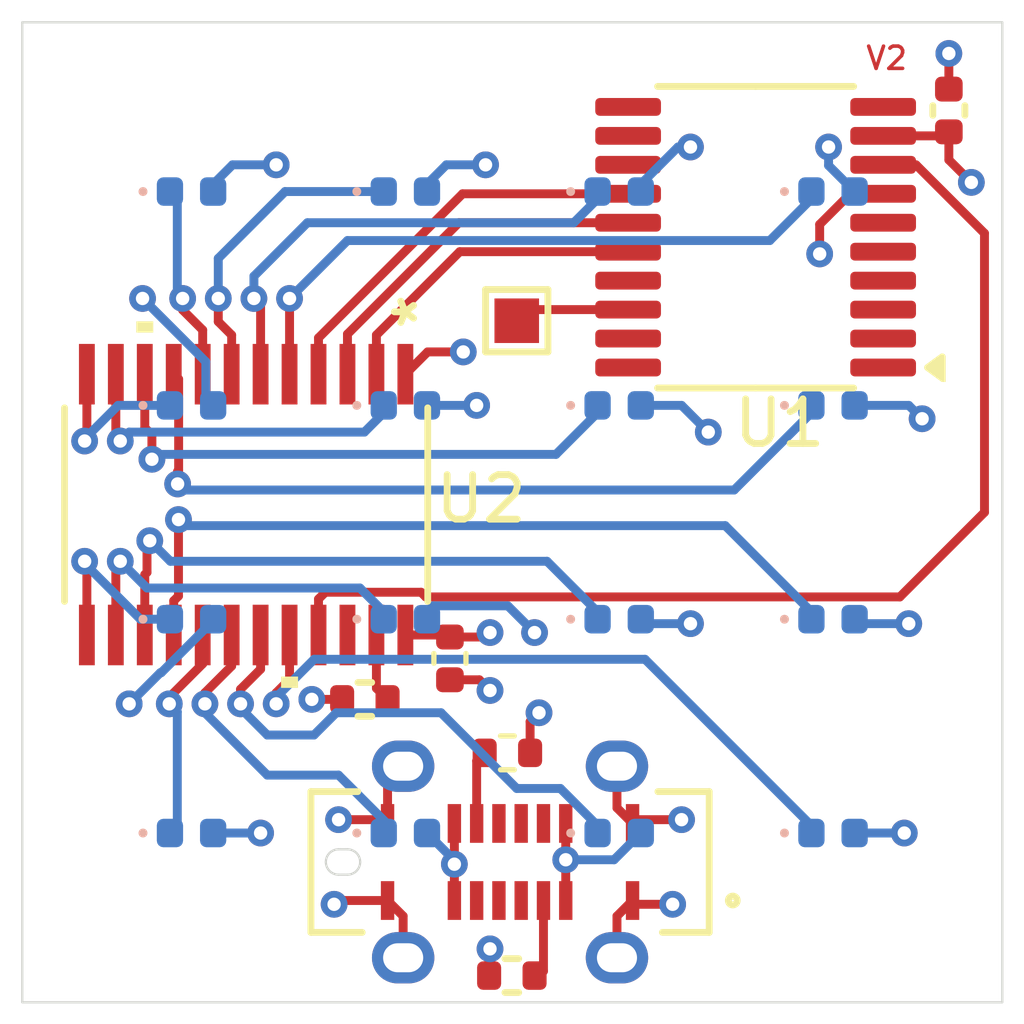
<source format=kicad_pcb>
(kicad_pcb (version 20240108) (generator "pcbnew") (generator_version "8.0")
  (layers (0 "F.Cu" signal) (1 "In1.Cu" signal) (2 "In2.Cu" signal) (31 "B.Cu" signal) (34 "B.Paste" user) (35 "F.Paste" user) (36 "B.SilkS" user "B.Silkscreen") (37 "F.SilkS" user "F.Silkscreen") (38 "B.Mask" user) (39 "F.Mask" user) (44 "Edge.Cuts" user))
  (net 0 "")
  (net 1 "+5V")
  (net 2 "GND")
  (net 10 "/EN")
  (net 15 "/SCK")
  (net 16 "/MOSI")
  (net 21 "/SCKLA")
  (net 26 "/LED1")
  (net 27 "/LED2")
  (net 28 "/LED3")
  (net 29 "/LED4")
  (net 30 "/LED5")
  (net 31 "/LED6")
  (net 32 "/LED7")
  (net 33 "/LED8")
  (net 34 "/LED9")
  (net 35 "/LED10")
  (net 36 "/LED11")
  (net 37 "/LED12")
  (net 38 "/LED13")
  (net 39 "/LED14")
  (net 40 "/LED15")
  (net 41 "/LED16")
  (net 42 "/R_EXT")
  (net 43 "/SWIO_TP")
  (net 45 "/CC1")
  (net 46 "/CC2")
  (footprint "Capacitor_SMD:C_0402_1005Metric" (layer "F.Cu") (at 109.6 114.28 -90)
    (property "Reference" "C3" (hide yes))
    (property "Value" "100n" (hide yes))
    (fp_line (start -0.107836 0.36) (end 0.107836 0.36) (stroke (width 0.12)) (layer "F.SilkS"))
    (fp_line (start -0.107836 -0.36) (end 0.107836 -0.36) (stroke (width 0.12)) (layer "F.SilkS"))
    (pad "1" smd roundrect (at -0.48 0 270) (size 0.56 0.62) (layers "F.Cu" "F.Paste" "F.Mask") (net 1 "+5V"))
    (pad "2" smd roundrect (at 0.48 0 270) (size 0.56 0.62) (layers "F.Cu" "F.Paste" "F.Mask") (net 2 "GND"))
  )
  (footprint "Resistor_SMD:R_0402_1005Metric" (layer "F.Cu") (at 110.89 116.4)
    (property "Reference" "R5" (hide yes))
    (property "Value" "5k1" (hide yes))
    (fp_line (start -0.153641 -0.38) (end 0.153641 -0.38) (stroke (width 0.12)) (layer "F.SilkS"))
    (fp_line (start -0.153641 0.38) (end 0.153641 0.38) (stroke (width 0.12)) (layer "F.SilkS"))
    (pad "1" smd roundrect (at -0.51 0) (size 0.54 0.64) (layers "F.Cu" "F.Paste" "F.Mask") (net 46 "/CC2"))
    (pad "2" smd roundrect (at 0.51 0) (size 0.54 0.64) (layers "F.Cu" "F.Paste" "F.Mask") (net 2 "GND"))
  )
  (footprint "Package_SO:TSSOP-20_4.4x6.5mm_P0.65mm" (layer "F.Cu") (at 116.4625 104.825 180)
    (property "Reference" "U1" (at -0.5375 -4.175 0) (layer "F.SilkS") (effects (font (thickness 0.153))))
    (property "Value" "CH32V003f4p6" (hide yes))
    (fp_line (start 0 3.385) (end 2.2 3.385) (stroke (width 0.153)) (layer "F.SilkS"))
    (fp_line (start 0 3.385) (end -2.2 3.385) (stroke (width 0.153)) (layer "F.SilkS"))
    (fp_line (start 0 -3.385) (end 2.2 -3.385) (stroke (width 0.153)) (layer "F.SilkS"))
    (fp_line (start 0 -3.385) (end -2.2 -3.385) (stroke (width 0.153)) (layer "F.SilkS"))
    (fp_poly (pts (xy -3.86 -2.925) (xy -4.19 -3.165) (xy -4.19 -2.685) (xy -3.86 -2.925)) (stroke (width 0.153)) (fill solid) (layer "F.SilkS"))
    (pad "1" smd roundrect (at -2.8625 -2.925 180) (size 1.475 0.4) (layers "F.Cu" "F.Paste" "F.Mask"))
    (pad "2" smd roundrect (at -2.8625 -2.275 180) (size 1.475 0.4) (layers "F.Cu" "F.Paste" "F.Mask"))
    (pad "3" smd roundrect (at -2.8625 -1.625 180) (size 1.475 0.4) (layers "F.Cu" "F.Paste" "F.Mask"))
    (pad "4" smd roundrect (at -2.8625 -0.975 180) (size 1.475 0.4) (layers "F.Cu" "F.Paste" "F.Mask"))
    (pad "5" smd roundrect (at -2.8625 -0.325 180) (size 1.475 0.4) (layers "F.Cu" "F.Paste" "F.Mask"))
    (pad "6" smd roundrect (at -2.8625 0.325 180) (size 1.475 0.4) (layers "F.Cu" "F.Paste" "F.Mask"))
    (pad "7" smd roundrect (at -2.8625 0.975 180) (size 1.475 0.4) (layers "F.Cu" "F.Paste" "F.Mask") (net 2 "GND"))
    (pad "8" smd roundrect (at -2.8625 1.625 180) (size 1.475 0.4) (layers "F.Cu" "F.Paste" "F.Mask") (net 10 "/EN"))
    (pad "9" smd roundrect (at -2.8625 2.275 180) (size 1.475 0.4) (layers "F.Cu" "F.Paste" "F.Mask") (net 1 "+5V"))
    (pad "10" smd roundrect (at -2.8625 2.925 180) (size 1.475 0.4) (layers "F.Cu" "F.Paste" "F.Mask"))
    (pad "11" smd roundrect (at 2.8625 2.925 180) (size 1.475 0.4) (layers "F.Cu" "F.Paste" "F.Mask"))
    (pad "12" smd roundrect (at 2.8625 2.275 180) (size 1.475 0.4) (layers "F.Cu" "F.Paste" "F.Mask"))
    (pad "13" smd roundrect (at 2.8625 1.625 180) (size 1.475 0.4) (layers "F.Cu" "F.Paste" "F.Mask"))
    (pad "14" smd roundrect (at 2.8625 0.975 180) (size 1.475 0.4) (layers "F.Cu" "F.Paste" "F.Mask") (net 21 "/SCKLA"))
    (pad "15" smd roundrect (at 2.8625 0.325 180) (size 1.475 0.4) (layers "F.Cu" "F.Paste" "F.Mask") (net 15 "/SCK"))
    (pad "16" smd roundrect (at 2.8625 -0.325 180) (size 1.475 0.4) (layers "F.Cu" "F.Paste" "F.Mask") (net 16 "/MOSI"))
    (pad "17" smd roundrect (at 2.8625 -0.975 180) (size 1.475 0.4) (layers "F.Cu" "F.Paste" "F.Mask"))
    (pad "18" smd roundrect (at 2.8625 -1.625 180) (size 1.475 0.4) (layers "F.Cu" "F.Paste" "F.Mask") (net 43 "/SWIO_TP"))
    (pad "19" smd roundrect (at 2.8625 -2.275 180) (size 1.475 0.4) (layers "F.Cu" "F.Paste" "F.Mask"))
    (pad "20" smd roundrect (at 2.8625 -2.925 180) (size 1.475 0.4) (layers "F.Cu" "F.Paste" "F.Mask"))
  )
  (footprint "Resistor_SMD:R_0402_1005Metric" (layer "F.Cu") (at 107.69 115.2 180)
    (property "Reference" "R1" (hide yes))
    (property "Value" "1k5" (hide yes))
    (fp_line (start -0.153641 0.38) (end 0.153641 0.38) (stroke (width 0.153)) (layer "F.SilkS"))
    (fp_line (start -0.153641 -0.38) (end 0.153641 -0.38) (stroke (width 0.153)) (layer "F.SilkS"))
    (pad "1" smd roundrect (at -0.51 0 180) (size 0.54 0.64) (layers "F.Cu" "F.Paste" "F.Mask") (net 42 "/R_EXT"))
    (pad "2" smd roundrect (at 0.51 0 180) (size 0.54 0.64) (layers "F.Cu" "F.Paste" "F.Mask") (net 2 "GND"))
  )
  (footprint "TestPoint:TestPoint_Pad_1.0x1.0mm" (layer "F.Cu") (at 111.1 106.7)
    (property "Reference" "TP1" (hide yes))
    (property "Value" "SWIO TP" (hide yes))
    (fp_line (start -0.7 -0.7) (end 0.7 -0.7) (stroke (width 0.153)) (layer "F.SilkS"))
    (fp_line (start -0.7 0.7) (end -0.7 -0.7) (stroke (width 0.153)) (layer "F.SilkS"))
    (fp_line (start 0.7 -0.7) (end 0.7 0.7) (stroke (width 0.153)) (layer "F.SilkS"))
    (fp_line (start 0.7 0.7) (end -0.7 0.7) (stroke (width 0.153)) (layer "F.SilkS"))
    (pad "1" smd rect (at 0 0) (size 1 1) (layers "F.Cu" "F.Mask") (net 43 "/SWIO_TP"))
  )
  (footprint "STP16CPC26TTR:TSSOP_PC26TTR_STM" (layer "F.Cu") (at 105.024993 110.82735 -90)
    (property "Reference" "U2" (at -0.12735 -5.275007 0) (layer "F.SilkS") (effects (font (thickness 0.153))))
    (property "Value" "STP16CPC26TTR" (hide yes))
    (fp_line (start -2.172039 4.0767) (end 2.172039 4.0767) (stroke (width 0.1524)) (layer "F.SilkS"))
    (fp_line (start 2.172039 -4.0767) (end -2.172039 -4.0767) (stroke (width 0.1524)) (layer "F.SilkS"))
    (fp_poly (pts (xy -4.1148 2.084451) (xy -4.1148 2.465451) (xy -3.8608 2.465451) (xy -3.8608 2.084451)) (fill solid) (layer "F.SilkS"))
    (fp_poly (pts (xy 4.1148 -1.165479) (xy 4.1148 -0.784479) (xy 3.8608 -0.784479) (xy 3.8608 -1.165479)) (fill solid) (layer "F.SilkS"))
    (fp_text user "*" (at -4.32735 -3.875007 90) (layer "F.SilkS") (effects (font (thickness 0.153))))
    (pad "1" smd rect (at -2.92735 -3.574923 270) (size 1.3589 0.3556) (layers "F.Cu" "F.Paste" "F.Mask") (net 2 "GND"))
    (pad "2" smd rect (at -2.92735 -2.924937 270) (size 1.3589 0.3556) (layers "F.Cu" "F.Paste" "F.Mask") (net 16 "/MOSI"))
    (pad "3" smd rect (at -2.92735 -2.274951 270) (size 1.3589 0.3556) (layers "F.Cu" "F.Paste" "F.Mask") (net 15 "/SCK"))
    (pad "4" smd rect (at -2.92735 -1.624965 270) (size 1.3589 0.3556) (layers "F.Cu" "F.Paste" "F.Mask") (net 21 "/SCKLA"))
    (pad "5" smd rect (at -2.92735 -0.974979 270) (size 1.3589 0.3556) (layers "F.Cu" "F.Paste" "F.Mask") (net 26 "/LED1"))
    (pad "6" smd rect (at -2.92735 -0.324993 270) (size 1.3589 0.3556) (layers "F.Cu" "F.Paste" "F.Mask") (net 27 "/LED2"))
    (pad "7" smd rect (at -2.92735 0.324993 270) (size 1.3589 0.3556) (layers "F.Cu" "F.Paste" "F.Mask") (net 28 "/LED3"))
    (pad "8" smd rect (at -2.92735 0.974979 270) (size 1.3589 0.3556) (layers "F.Cu" "F.Paste" "F.Mask") (net 29 "/LED4"))
    (pad "9" smd rect (at -2.92735 1.624965 270) (size 1.3589 0.3556) (layers "F.Cu" "F.Paste" "F.Mask") (net 30 "/LED5"))
    (pad "10" smd rect (at -2.92735 2.274951 270) (size 1.3589 0.3556) (layers "F.Cu" "F.Paste" "F.Mask") (net 31 "/LED6"))
    (pad "11" smd rect (at -2.92735 2.924937 270) (size 1.3589 0.3556) (layers "F.Cu" "F.Paste" "F.Mask") (net 32 "/LED7"))
    (pad "12" smd rect (at -2.92735 3.574923 270) (size 1.3589 0.3556) (layers "F.Cu" "F.Paste" "F.Mask") (net 33 "/LED8"))
    (pad "13" smd rect (at 2.92735 3.574923 270) (size 1.3589 0.3556) (layers "F.Cu" "F.Paste" "F.Mask") (net 34 "/LED9"))
    (pad "14" smd rect (at 2.92735 2.924937 270) (size 1.3589 0.3556) (layers "F.Cu" "F.Paste" "F.Mask") (net 35 "/LED10"))
    (pad "15" smd rect (at 2.92735 2.274951 270) (size 1.3589 0.3556) (layers "F.Cu" "F.Paste" "F.Mask") (net 36 "/LED11"))
    (pad "16" smd rect (at 2.92735 1.624965 270) (size 1.3589 0.3556) (layers "F.Cu" "F.Paste" "F.Mask") (net 37 "/LED12"))
    (pad "17" smd rect (at 2.92735 0.974979 270) (size 1.3589 0.3556) (layers "F.Cu" "F.Paste" "F.Mask") (net 38 "/LED13"))
    (pad "18" smd rect (at 2.92735 0.324993 270) (size 1.3589 0.3556) (layers "F.Cu" "F.Paste" "F.Mask") (net 39 "/LED14"))
    (pad "19" smd rect (at 2.92735 -0.324993 270) (size 1.3589 0.3556) (layers "F.Cu" "F.Paste" "F.Mask") (net 40 "/LED15"))
    (pad "20" smd rect (at 2.92735 -0.974979 270) (size 1.3589 0.3556) (layers "F.Cu" "F.Paste" "F.Mask") (net 41 "/LED16"))
    (pad "21" smd rect (at 2.92735 -1.624965 270) (size 1.3589 0.3556) (layers "F.Cu" "F.Paste" "F.Mask") (net 10 "/EN"))
    (pad "22" smd rect (at 2.92735 -2.274951 270) (size 1.3589 0.3556) (layers "F.Cu" "F.Paste" "F.Mask"))
    (pad "23" smd rect (at 2.92735 -2.924937 270) (size 1.3589 0.3556) (layers "F.Cu" "F.Paste" "F.Mask") (net 42 "/R_EXT"))
    (pad "24" smd rect (at 2.92735 -3.574923 270) (size 1.3589 0.3556) (layers "F.Cu" "F.Paste" "F.Mask") (net 1 "+5V"))
  )
  (footprint "GSB1CA11101DSHR:AMPHENOL_GSB1CA11101DSHR" (layer "F.Cu") (at 110.95 118.85 180)
    (property "Reference" "J1" (hide yes))
    (property "Value" "GSB1CA11101DSHR" (hide yes))
    (fp_line (start 4.47 1.58) (end 3.42 1.58) (stroke (width 0.153)) (layer "F.SilkS"))
    (fp_line (start 4.47 -1.58) (end 4.47 1.58) (stroke (width 0.153)) (layer "F.SilkS"))
    (fp_line (start 3.32 -1.58) (end 4.47 -1.58) (stroke (width 0.153)) (layer "F.SilkS"))
    (fp_line (start -3.32 1.58) (end -4.47 1.58) (stroke (width 0.153)) (layer "F.SilkS"))
    (fp_line (start -4.47 1.58) (end -4.47 -1.58) (stroke (width 0.153)) (layer "F.SilkS"))
    (fp_line (start -4.47 -1.58) (end -3.42 -1.58) (stroke (width 0.153)) (layer "F.SilkS"))
    (fp_circle (center -5 -0.865) (end -4.9 -0.865) (stroke (width 0.153)) (fill none) (layer "F.SilkS"))
    (fp_line (start 3.85 -0.285) (end 3.65 -0.285) (stroke (width 0.05)) (layer "Edge.Cuts"))
    (fp_line (start 3.65 0.285) (end 3.85 0.285) (stroke (width 0.05)) (layer "Edge.Cuts"))
    (fp_arc (start 4.135 0) (mid 4.051525 0.201525) (end 3.85 0.285) (stroke (width 0.05)) (layer "Edge.Cuts"))
    (fp_arc (start 3.85 -0.285) (mid 4.051525 -0.201525) (end 4.135 0) (stroke (width 0.05)) (layer "Edge.Cuts"))
    (fp_arc (start 3.65 0.285) (mid 3.448475 0.201525) (end 3.365 0) (stroke (width 0.05)) (layer "Edge.Cuts"))
    (fp_arc (start 3.365 0) (mid 3.448475 -0.201525) (end 3.65 -0.285) (stroke (width 0.05)) (layer "Edge.Cuts"))
    (pad "" np_thru_hole circle (at -3.75 0 180) (size 0.57 0.57) (drill 0.57) (layers "*.Cu" "*.Mask"))
    (pad "A1" smd rect (at -2.75 -0.865 180) (size 0.3 0.87) (layers "F.Cu" "F.Paste") (net 2 "GND"))
    (pad "A4" smd rect (at -1.25 -0.865 180) (size 0.3 0.87) (layers "F.Cu" "F.Paste") (net 1 "+5V"))
    (pad "A5" smd rect (at -0.75 -0.865 180) (size 0.3 0.87) (layers "F.Cu" "F.Paste") (net 45 "/CC1"))
    (pad "A6" smd rect (at -0.25 -0.865 180) (size 0.3 0.87) (layers "F.Cu" "F.Paste"))
    (pad "A7" smd rect (at 0.25 -0.865 180) (size 0.3 0.87) (layers "F.Cu" "F.Paste"))
    (pad "A8" smd rect (at 0.75 -0.865 180) (size 0.3 0.87) (layers "F.Cu" "F.Paste"))
    (pad "A9" smd rect (at 1.25 -0.865 180) (size 0.3 0.87) (layers "F.Cu" "F.Paste") (net 1 "+5V"))
    (pad "A12" smd rect (at 2.75 -0.865 180) (size 0.3 0.87) (layers "F.Cu" "F.Paste") (net 2 "GND"))
    (pad "B1" smd rect (at 2.75 0.865 180) (size 0.3 0.87) (layers "F.Cu" "F.Paste") (net 2 "GND"))
    (pad "B4" smd rect (at 1.25 0.865 180) (size 0.3 0.87) (layers "F.Cu" "F.Paste") (net 1 "+5V"))
    (pad "B5" smd rect (at 0.75 0.865 180) (size 0.3 0.87) (layers "F.Cu" "F.Paste") (net 46 "/CC2"))
    (pad "B6" smd rect (at 0.25 0.865 180) (size 0.3 0.87) (layers "F.Cu" "F.Paste"))
    (pad "B7" smd rect (at -0.25 0.865 180) (size 0.3 0.87) (layers "F.Cu" "F.Paste"))
    (pad "B8" smd rect (at -0.75 0.865 180) (size 0.3 0.87) (layers "F.Cu" "F.Paste"))
    (pad "B9" smd rect (at -1.25 0.865 180) (size 0.3 0.87) (layers "F.Cu" "F.Paste") (net 1 "+5V"))
    (pad "B12" smd rect (at -2.75 0.865 180) (size 0.3 0.87) (layers "F.Cu" "F.Paste") (net 2 "GND"))
    (pad "SH1" thru_hole oval (at -2.4 -2.15 180) (size 1.4 1.15) (drill oval 0.9 0.65) (layers "*.Cu" "*.Mask") (net 2 "GND"))
    (pad "SH2" thru_hole oval (at 2.4 -2.15 180) (size 1.4 1.15) (drill oval 0.9 0.65) (layers "*.Cu" "*.Mask") (net 2 "GND"))
    (pad "SH3" thru_hole oval (at -2.4 2.15 180) (size 1.4 1.15) (drill oval 0.9 0.65) (layers "*.Cu" "*.Mask") (net 2 "GND"))
    (pad "SH4" thru_hole oval (at 2.4 2.15 180) (size 1.4 1.15) (drill oval 0.9 0.65) (layers "*.Cu" "*.Mask") (net 2 "GND"))
  )
  (footprint "Resistor_SMD:R_0402_1005Metric" (layer "F.Cu") (at 110.99 121.4 180)
    (property "Reference" "R4" (hide yes))
    (property "Value" "5k1" (hide yes))
    (fp_line (start -0.153641 0.38) (end 0.153641 0.38) (stroke (width 0.153)) (layer "F.SilkS"))
    (fp_line (start -0.153641 -0.38) (end 0.153641 -0.38) (stroke (width 0.153)) (layer "F.SilkS"))
    (pad "1" smd roundrect (at -0.51 0 180) (size 0.54 0.64) (layers "F.Cu" "F.Paste" "F.Mask") (net 45 "/CC1"))
    (pad "2" smd roundrect (at 0.51 0 180) (size 0.54 0.64) (layers "F.Cu" "F.Paste" "F.Mask") (net 2 "GND"))
  )
  (footprint "Capacitor_SMD:C_0402_1005Metric" (layer "F.Cu") (at 120.8 101.98 90)
    (property "Reference" "C1" (hide yes))
    (property "Value" "100n" (hide yes))
    (fp_line (start -0.107836 -0.36) (end 0.107836 -0.36) (stroke (width 0.153)) (layer "F.SilkS"))
    (fp_line (start -0.107836 0.36) (end 0.107836 0.36) (stroke (width 0.153)) (layer "F.SilkS"))
    (pad "1" smd roundrect (at -0.48 0 90) (size 0.56 0.62) (layers "F.Cu" "F.Paste" "F.Mask") (net 1 "+5V"))
    (pad "2" smd roundrect (at 0.48 0 90) (size 0.56 0.62) (layers "F.Cu" "F.Paste" "F.Mask") (net 2 "GND"))
  )
  (footprint "LED_SMD:LED_0402_1005Metric" (layer "B.Cu") (at 108.6 113.4)
    (property "Reference" "D6" (hide yes))
    (property "Value" "2.85v" (hide yes))
    (fp_circle (center -1.09 0) (end -1.04 0) (stroke (width 0.1)) (fill none) (layer "B.SilkS"))
    (pad "1" smd roundrect (at -0.485 0) (size 0.59 0.64) (layers "B.Cu" "B.Paste" "B.Mask") (net 35 "/LED10"))
    (pad "2" smd roundrect (at 0.485 0) (size 0.59 0.64) (layers "B.Cu" "B.Paste" "B.Mask") (net 1 "+5V"))
  )
  (footprint "LED_SMD:LED_0402_1005Metric" (layer "B.Cu") (at 103.8 113.4)
    (property "Reference" "D5" (hide yes))
    (property "Value" "2.85v" (hide yes))
    (fp_circle (center -1.09 0) (end -1.04 0) (stroke (width 0.1)) (fill none) (layer "B.SilkS"))
    (pad "1" smd roundrect (at -0.485 0) (size 0.59 0.64) (layers "B.Cu" "B.Paste" "B.Mask") (net 34 "/LED9"))
    (pad "2" smd roundrect (at 0.485 0) (size 0.59 0.64) (layers "B.Cu" "B.Paste" "B.Mask") (net 1 "+5V"))
  )
  (footprint "LED_SMD:LED_0402_1005Metric" (layer "B.Cu") (at 108.6 103.8)
    (property "Reference" "D14" (hide yes))
    (property "Value" "2.85v" (hide yes))
    (fp_circle (center -1.09 0) (end -1.04 0) (stroke (width 0.1)) (fill none) (layer "B.SilkS"))
    (pad "1" smd roundrect (at -0.485 0) (size 0.59 0.64) (layers "B.Cu" "B.Paste" "B.Mask") (net 28 "/LED3"))
    (pad "2" smd roundrect (at 0.485 0) (size 0.59 0.64) (layers "B.Cu" "B.Paste" "B.Mask") (net 1 "+5V"))
  )
  (footprint "LED_SMD:LED_0402_1005Metric" (layer "B.Cu") (at 118.2 118.2)
    (property "Reference" "D4" (hide yes))
    (property "Value" "2.85v" (hide yes))
    (fp_circle (center -1.09 0) (end -1.04 0) (stroke (width 0.1)) (fill none) (layer "B.SilkS"))
    (pad "1" smd roundrect (at -0.485 0) (size 0.59 0.64) (layers "B.Cu" "B.Paste" "B.Mask") (net 41 "/LED16"))
    (pad "2" smd roundrect (at 0.485 0) (size 0.59 0.64) (layers "B.Cu" "B.Paste" "B.Mask") (net 1 "+5V"))
  )
  (footprint "LED_SMD:LED_0402_1005Metric" (layer "B.Cu") (at 103.8 118.2)
    (property "Reference" "D1" (hide yes))
    (property "Value" "2.85v" (hide yes))
    (fp_circle (center -1.09 0) (end -1.04 0) (stroke (width 0.1)) (fill none) (layer "B.SilkS"))
    (pad "1" smd roundrect (at -0.485 0) (size 0.59 0.64) (layers "B.Cu" "B.Paste" "B.Mask") (net 38 "/LED13"))
    (pad "2" smd roundrect (at 0.485 0) (size 0.59 0.64) (layers "B.Cu" "B.Paste" "B.Mask") (net 1 "+5V"))
  )
  (footprint "LED_SMD:LED_0402_1005Metric" (layer "B.Cu") (at 113.4 108.6)
    (property "Reference" "D11" (hide yes))
    (property "Value" "2.85v" (hide yes))
    (fp_circle (center -1.09 0) (end -1.04 0) (stroke (width 0.1)) (fill none) (layer "B.SilkS"))
    (pad "1" smd roundrect (at -0.485 0) (size 0.59 0.64) (layers "B.Cu" "B.Paste" "B.Mask") (net 31 "/LED6"))
    (pad "2" smd roundrect (at 0.485 0) (size 0.59 0.64) (layers "B.Cu" "B.Paste" "B.Mask") (net 1 "+5V"))
  )
  (footprint "LED_SMD:LED_0402_1005Metric" (layer "B.Cu") (at 113.4 103.8)
    (property "Reference" "D15" (hide yes))
    (property "Value" "2.85v" (hide yes))
    (fp_circle (center -1.09 0) (end -1.04 0) (stroke (width 0.1)) (fill none) (layer "B.SilkS"))
    (pad "1" smd roundrect (at -0.485 0) (size 0.59 0.64) (layers "B.Cu" "B.Paste" "B.Mask") (net 27 "/LED2"))
    (pad "2" smd roundrect (at 0.485 0) (size 0.59 0.64) (layers "B.Cu" "B.Paste" "B.Mask") (net 1 "+5V"))
  )
  (footprint "LED_SMD:LED_0402_1005Metric" (layer "B.Cu") (at 113.4 113.4)
    (property "Reference" "D7" (hide yes))
    (property "Value" "2.85v" (hide yes))
    (fp_circle (center -1.09 0) (end -1.04 0) (stroke (width 0.1)) (fill none) (layer "B.SilkS"))
    (pad "1" smd roundrect (at -0.485 0) (size 0.59 0.64) (layers "B.Cu" "B.Paste" "B.Mask") (net 36 "/LED11"))
    (pad "2" smd roundrect (at 0.485 0) (size 0.59 0.64) (layers "B.Cu" "B.Paste" "B.Mask") (net 1 "+5V"))
  )
  (footprint "LED_SMD:LED_0402_1005Metric" (layer "B.Cu") (at 113.4 118.2)
    (property "Reference" "D3" (hide yes))
    (property "Value" "2.85v" (hide yes))
    (fp_circle (center -1.09 0) (end -1.04 0) (stroke (width 0.1)) (fill none) (layer "B.SilkS"))
    (pad "1" smd roundrect (at -0.485 0) (size 0.59 0.64) (layers "B.Cu" "B.Paste" "B.Mask") (net 40 "/LED15"))
    (pad "2" smd roundrect (at 0.485 0) (size 0.59 0.64) (layers "B.Cu" "B.Paste" "B.Mask") (net 1 "+5V"))
  )
  (footprint "LED_SMD:LED_0402_1005Metric" (layer "B.Cu") (at 103.8 108.6)
    (property "Reference" "D9" (hide yes))
    (property "Value" "2.85v" (hide yes))
    (fp_circle (center -1.09 0) (end -1.04 0) (stroke (width 0.1)) (fill none) (layer "B.SilkS"))
    (pad "1" smd roundrect (at -0.485 0) (size 0.59 0.64) (layers "B.Cu" "B.Paste" "B.Mask") (net 33 "/LED8"))
    (pad "2" smd roundrect (at 0.485 0) (size 0.59 0.64) (layers "B.Cu" "B.Paste" "B.Mask") (net 1 "+5V"))
  )
  (footprint "LED_SMD:LED_0402_1005Metric" (layer "B.Cu") (at 118.2 113.4)
    (property "Reference" "D8" (hide yes))
    (property "Value" "2.85v" (hide yes))
    (fp_circle (center -1.09 0) (end -1.04 0) (stroke (width 0.1)) (fill none) (layer "B.SilkS"))
    (pad "1" smd roundrect (at -0.485 0) (size 0.59 0.64) (layers "B.Cu" "B.Paste" "B.Mask") (net 37 "/LED12"))
    (pad "2" smd roundrect (at 0.485 0) (size 0.59 0.64) (layers "B.Cu" "B.Paste" "B.Mask") (net 1 "+5V"))
  )
  (footprint "LED_SMD:LED_0402_1005Metric" (layer "B.Cu") (at 103.8 103.8)
    (property "Reference" "D13" (hide yes))
    (property "Value" "2.85v" (hide yes))
    (fp_circle (center -1.09 0) (end -1.04 0) (stroke (width 0.1)) (fill none) (layer "B.SilkS"))
    (pad "1" smd roundrect (at -0.485 0) (size 0.59 0.64) (layers "B.Cu" "B.Paste" "B.Mask") (net 29 "/LED4"))
    (pad "2" smd roundrect (at 0.485 0) (size 0.59 0.64) (layers "B.Cu" "B.Paste" "B.Mask") (net 1 "+5V"))
  )
  (footprint "LED_SMD:LED_0402_1005Metric" (layer "B.Cu") (at 118.2 103.8)
    (property "Reference" "D16" (hide yes))
    (property "Value" "2.85v" (hide yes))
    (fp_circle (center -1.09 0) (end -1.04 0) (stroke (width 0.1)) (fill none) (layer "B.SilkS"))
    (pad "1" smd roundrect (at -0.485 0) (size 0.59 0.64) (layers "B.Cu" "B.Paste" "B.Mask") (net 26 "/LED1"))
    (pad "2" smd roundrect (at 0.485 0) (size 0.59 0.64) (layers "B.Cu" "B.Paste" "B.Mask") (net 1 "+5V"))
  )
  (footprint "LED_SMD:LED_0402_1005Metric" (layer "B.Cu") (at 118.2 108.6)
    (property "Reference" "D12" (hide yes))
    (property "Value" "2.85v" (hide yes))
    (fp_circle (center -1.09 0) (end -1.04 0) (stroke (width 0.1)) (fill none) (layer "B.SilkS"))
    (pad "1" smd roundrect (at -0.485 0) (size 0.59 0.64) (layers "B.Cu" "B.Paste" "B.Mask") (net 30 "/LED5"))
    (pad "2" smd roundrect (at 0.485 0) (size 0.59 0.64) (layers "B.Cu" "B.Paste" "B.Mask") (net 1 "+5V"))
  )
  (footprint "LED_SMD:LED_0402_1005Metric" (layer "B.Cu") (at 108.6 118.2)
    (property "Reference" "D2" (hide yes))
    (property "Value" "2.85v" (hide yes))
    (fp_circle (center -1.09 0) (end -1.04 0) (stroke (width 0.1)) (fill none) (layer "B.SilkS"))
    (pad "1" smd roundrect (at -0.485 0) (size 0.59 0.64) (layers "B.Cu" "B.Paste" "B.Mask") (net 39 "/LED14"))
    (pad "2" smd roundrect (at 0.485 0) (size 0.59 0.64) (layers "B.Cu" "B.Paste" "B.Mask") (net 1 "+5V"))
  )
  (footprint "LED_SMD:LED_0402_1005Metric" (layer "B.Cu") (at 108.6 108.6)
    (property "Reference" "D10" (hide yes))
    (property "Value" "2.85v" (hide yes))
    (fp_circle (center -1.09 0) (end -1.04 0) (stroke (width 0.1)) (fill none) (layer "B.SilkS"))
    (pad "1" smd roundrect (at -0.485 0) (size 0.59 0.64) (layers "B.Cu" "B.Paste" "B.Mask") (net 32 "/LED7"))
    (pad "2" smd roundrect (at 0.485 0) (size 0.59 0.64) (layers "B.Cu" "B.Paste" "B.Mask") (net 1 "+5V"))
  )
  (gr_rect (start 100 100) (end 122 122) (stroke (width 0.05)) (fill none) (layer "Edge.Cuts"))
  (gr_text "V2" (at 118.9 101.1 0) (layer "F.Cu") (effects (font (size 0.5 0.5) (thickness 0.08)) (justify left bottom)))
  (segment (start 108.599916 113.7547) (end 109.5547 113.7547) (width 0.2) (layer "F.Cu") (net 1))
  (segment (start 110.4 113.8) (end 109.6 113.8) (width 0.2) (layer "F.Cu") (net 1))
  (segment (start 109.7 118.9) (end 109.7 117.985) (width 0.2) (layer "F.Cu") (net 1))
  (segment (start 110.5 113.7) (end 110.4 113.8) (width 0.2) (layer "F.Cu") (net 1))
  (segment (start 112.2 118.8) (end 112.2 119.715) (width 0.2) (layer "F.Cu") (net 1))
  (segment (start 120.8 102.46) (end 120.8 103.088972) (width 0.2) (layer "F.Cu") (net 1))
  (segment (start 109.7 119.715) (end 109.7 118.9) (width 0.2) (layer "F.Cu") (net 1))
  (segment (start 120.71 102.55) (end 120.8 102.46) (width 0.2) (layer "F.Cu") (net 1))
  (segment (start 119.325 102.55) (end 120.71 102.55) (width 0.2) (layer "F.Cu") (net 1))
  (segment (start 120.8 103.088972) (end 121.305514 103.594486) (width 0.2) (layer "F.Cu") (net 1))
  (segment (start 112.2 117.985) (end 112.2 118.8) (width 0.2) (layer "F.Cu") (net 1))
  (segment (start 109.5547 113.7547) (end 109.6 113.8) (width 0.2) (layer "F.Cu") (net 1))
  (via (at 110.5 113.7) (size 0.6) (drill 0.3) (layers "F.Cu" "B.Cu") (net 1))
  (via (at 111.5 113.7) (size 0.6) (drill 0.3) (layers "F.Cu" "B.Cu") (net 1))
  (via (at 112.2 118.8) (size 0.6) (drill 0.3) (layers "F.Cu" "B.Cu") (net 1))
  (via (at 105.35 118.2) (size 0.6) (drill 0.3) (layers "F.Cu" "B.Cu") (net 1))
  (via (at 102.7 106.2) (size 0.6) (drill 0.3) (layers "F.Cu" "B.Cu") (net 1))
  (via (at 110.4 103.2) (size 0.6) (drill 0.3) (layers "F.Cu" "B.Cu") (net 1))
  (via (at 119.9 113.5) (size 0.6) (drill 0.3) (layers "F.Cu" "B.Cu") (net 1))
  (via (at 110.2 108.6) (size 0.6) (drill 0.3) (layers "F.Cu" "B.Cu") (net 1))
  (via (at 115 113.5) (size 0.6) (drill 0.3) (layers "F.Cu" "B.Cu") (net 1))
  (via (at 115 102.8) (size 0.6) (drill 0.3) (layers "F.Cu" "B.Cu") (net 1))
  (via (at 120.2 108.9) (size 0.6) (drill 0.3) (layers "F.Cu" "B.Cu") (net 1))
  (via (at 109.7 118.9) (size 0.6) (drill 0.3) (layers "F.Cu" "B.Cu") (net 1))
  (via (at 118.1 102.8) (size 0.6) (drill 0.3) (layers "F.Cu" "B.Cu") (net 1))
  (via (at 105.7 103.2) (size 0.6) (drill 0.3) (layers "F.Cu" "B.Cu") (net 1))
  (via (at 102.4 115.3) (size 0.6) (drill 0.3) (layers "F.Cu" "B.Cu") (net 1))
  (via (at 115.4 109.2) (size 0.6) (drill 0.3) (layers "F.Cu" "B.Cu") (net 1))
  (via (at 119.8 118.2) (size 0.6) (drill 0.3) (layers "F.Cu" "B.Cu") (net 1))
  (via (at 121.305514 103.594486) (size 0.6) (drill 0.3) (layers "F.Cu" "B.Cu") (net 1))
  (segment (start 110.4 103.2) (end 109.52 103.2) (width 0.2) (layer "B.Cu") (net 1))
  (segment (start 104.12 107.62) (end 104.12 108.6) (width 0.2) (layer "B.Cu") (net 1))
  (segment (start 113.285 118.8) (end 113.885 118.2) (width 0.2) (layer "B.Cu") (net 1))
  (segment (start 113.82 113.5) (end 113.72 113.4) (width 0.2) (layer "B.Cu") (net 1))
  (segment (start 118.62 113.5) (end 118.52 113.4) (width 0.2) (layer "B.Cu") (net 1))
  (segment (start 115 102.8) (end 114.72 102.8) (width 0.2) (layer "B.Cu") (net 1))
  (segment (start 102.4 115.3) (end 103.1 114.6) (width 0.2) (layer "B.Cu") (net 1))
  (segment (start 103.1 114.6) (end 103.119999 114.6) (width 0.2) (layer "B.Cu") (net 1))
  (segment (start 105.5 118.2) (end 104.12 118.2) (width 0.2) (layer "B.Cu") (net 1))
  (segment (start 114.72 102.8) (end 113.72 103.8) (width 0.2) (layer "B.Cu") (net 1))
  (segment (start 118.52 108.6) (end 119.9 108.6) (width 0.2) (layer "B.Cu") (net 1))
  (segment (start 108.92 118.330172) (end 108.92 118.2) (width 0.2) (layer "B.Cu") (net 1))
  (segment (start 112.2 118.8) (end 113.285 118.8) (width 0.2) (layer "B.Cu") (net 1))
  (segment (start 109.7 118.815) (end 109.085 118.2) (width 0.2) (layer "B.Cu") (net 1))
  (segment (start 111.5 113.7) (end 110.9 113.1) (width 0.2) (layer "B.Cu") (net 1))
  (segment (start 118.52 118.2) (end 119.8 118.2) (width 0.2) (layer "B.Cu") (net 1))
  (segment (start 114.8 108.6) (end 115.4 109.2) (width 0.2) (layer "B.Cu") (net 1))
  (segment (start 103.119999 114.6) (end 104.12 113.599999) (width 0.2) (layer "B.Cu") (net 1))
  (segment (start 104.72 103.2) (end 104.12 103.8) (width 0.2) (layer "B.Cu") (net 1))
  (segment (start 110.2 108.6) (end 108.92 108.6) (width 0.2) (layer "B.Cu") (net 1))
  (segment (start 109.7 118.9) (end 109.7 118.815) (width 0.2) (layer "B.Cu") (net 1))
  (segment (start 104.12 113.599999) (end 104.12 113.4) (width 0.2) (layer "B.Cu") (net 1))
  (segment (start 102.7 106.2) (end 104.12 107.62) (width 0.2) (layer "B.Cu") (net 1))
  (segment (start 119.9 108.6) (end 120.2 108.9) (width 0.2) (layer "B.Cu") (net 1))
  (segment (start 105.7 103.2) (end 104.72 103.2) (width 0.2) (layer "B.Cu") (net 1))
  (segment (start 109.22 113.1) (end 108.92 113.4) (width 0.2) (layer "B.Cu") (net 1))
  (segment (start 119.9 113.5) (end 118.62 113.5) (width 0.2) (layer "B.Cu") (net 1))
  (segment (start 118.1 102.8) (end 118.1 103.215) (width 0.2) (layer "B.Cu") (net 1))
  (segment (start 115 113.5) (end 113.82 113.5) (width 0.2) (layer "B.Cu") (net 1))
  (segment (start 109.52 103.2) (end 108.92 103.8) (width 0.2) (layer "B.Cu") (net 1))
  (segment (start 118.1 103.215) (end 118.685 103.8) (width 0.2) (layer "B.Cu") (net 1))
  (segment (start 110.9 113.1) (end 109.22 113.1) (width 0.2) (layer "B.Cu") (net 1))
  (segment (start 113.72 108.6) (end 114.8 108.6) (width 0.2) (layer "B.Cu") (net 1))
  (segment (start 110.48 120.82) (end 110.48 121.5) (width 0.2) (layer "F.Cu") (net 2))
  (segment (start 108.115 117.9) (end 108.2 117.985) (width 0.2) (layer "F.Cu") (net 2))
  (segment (start 111.4 115.7) (end 111.6 115.5) (width 0.2) (layer "F.Cu") (net 2))
  (segment (start 107.1 117.9) (end 108.115 117.9) (width 0.2) (layer "F.Cu") (net 2))
  (segment (start 118.587501 103.85) (end 117.9 104.537501) (width 0.2) (layer "F.Cu") (net 2))
  (segment (start 113.35 120.065) (end 113.7 119.715) (width 0.2) (layer "F.Cu") (net 2))
  (segment (start 108.2 117.985) (end 108.2 117.05) (width 0.2) (layer "F.Cu") (net 2))
  (segment (start 109.099916 107.4) (end 108.599916 107.9) (width 0.2) (layer "F.Cu") (net 2))
  (segment (start 108.2 117.05) (end 108.55 116.7) (width 0.2) (layer "F.Cu") (net 2))
  (segment (start 114.8 117.9) (end 113.785 117.9) (width 0.2) (layer "F.Cu") (net 2))
  (segment (start 108.55 120.065) (end 108.2 119.715) (width 0.2) (layer "F.Cu") (net 2))
  (segment (start 106.5 115.2) (end 107.09 115.2) (width 0.2) (layer "F.Cu") (net 2))
  (segment (start 120.8 101.3) (end 120.8 100.7) (width 0.2) (layer "F.Cu") (net 2))
  (segment (start 107.085 119.715) (end 108.2 119.715) (width 0.2) (layer "F.Cu") (net 2))
  (segment (start 110.5 115) (end 110.26 114.76) (width 0.2) (layer "F.Cu") (net 2))
  (segment (start 110.48 120.82) (end 110.5 120.8) (width 0.2) (layer "F.Cu") (net 2))
  (segment (start 110.26 114.76) (end 109.6 114.76) (width 0.2) (layer "F.Cu") (net 2))
  (segment (start 109.9 107.4) (end 109.099916 107.4) (width 0.2) (layer "F.Cu") (net 2))
  (segment (start 111.4 116.6) (end 111.4 115.7) (width 0.2) (layer "F.Cu") (net 2))
  (segment (start 114.6 119.8) (end 113.785 119.8) (width 0.2) (layer "F.Cu") (net 2))
  (segment (start 113.35 117.635) (end 113.7 117.985) (width 0.2) (layer "F.Cu") (net 2))
  (segment (start 110.48 121.4) (end 110.48 120.82) (width 0.2) (layer "F.Cu") (net 2))
  (segment (start 108.55 121) (end 108.55 120.065) (width 0.2) (layer "F.Cu") (net 2))
  (segment (start 119.325 103.85) (end 118.587501 103.85) (width 0.2) (layer "F.Cu") (net 2))
  (segment (start 113.785 119.8) (end 113.7 119.715) (width 0.2) (layer "F.Cu") (net 2))
  (segment (start 113.35 116.7) (end 113.35 117.635) (width 0.2) (layer "F.Cu") (net 2))
  (segment (start 117.9 104.537501) (end 117.9 105.2) (width 0.2) (layer "F.Cu") (net 2))
  (segment (start 107 119.8) (end 107.085 119.715) (width 0.2) (layer "F.Cu") (net 2))
  (segment (start 113.35 121) (end 113.35 120.065) (width 0.2) (layer "F.Cu") (net 2))
  (segment (start 113.785 117.9) (end 113.7 117.985) (width 0.2) (layer "F.Cu") (net 2))
  (via (at 106.5 115.2) (size 0.6) (drill 0.3) (layers "F.Cu" "B.Cu") (net 2))
  (via (at 111.6 115.5) (size 0.6) (drill 0.3) (layers "F.Cu" "B.Cu") (net 2))
  (via (at 114.6 119.8) (size 0.6) (drill 0.3) (layers "F.Cu" "B.Cu") (net 2))
  (via (at 110.5 120.8) (size 0.6) (drill 0.3) (layers "F.Cu" "B.Cu") (net 2))
  (via (at 107 119.8) (size 0.6) (drill 0.3) (layers "F.Cu" "B.Cu") (net 2))
  (via (at 114.8 117.9) (size 0.6) (drill 0.3) (layers "F.Cu" "B.Cu") (net 2))
  (via (at 117.9 105.2) (size 0.6) (drill 0.3) (layers "F.Cu" "B.Cu") (net 2))
  (via (at 120.8 100.7) (size 0.6) (drill 0.3) (layers "F.Cu" "B.Cu") (net 2))
  (via (at 110.5 115) (size 0.6) (drill 0.3) (layers "F.Cu" "B.Cu") (net 2))
  (via (at 109.9 107.4) (size 0.6) (drill 0.3) (layers "F.Cu" "B.Cu") (net 2))
  (via (at 107.1 117.9) (size 0.6) (drill 0.3) (layers "F.Cu" "B.Cu") (net 2))
  (segment (start 121.6 104.737501) (end 120.062499 103.2) (width 0.2) (layer "F.Cu") (net 10))
  (segment (start 109.057716 112.9) (end 119.7 112.9) (width 0.2) (layer "F.Cu") (net 10))
  (segment (start 106.802144 112.79525) (end 108.952966 112.79525) (width 0.2) (layer "F.Cu") (net 10))
  (segment (start 106.649958 112.947436) (end 106.802144 112.79525) (width 0.2) (layer "F.Cu") (net 10))
  (segment (start 119.7 112.9) (end 121.6 111) (width 0.2) (layer "F.Cu") (net 10))
  (segment (start 121.6 111) (end 121.6 104.737501) (width 0.2) (layer "F.Cu") (net 10))
  (segment (start 120.062499 103.2) (end 119.325 103.2) (width 0.2) (layer "F.Cu") (net 10))
  (segment (start 108.952966 112.79525) (end 109.057716 112.9) (width 0.2) (layer "F.Cu") (net 10))
  (segment (start 106.649958 113.7547) (end 106.649958 112.947436) (width 0.2) (layer "F.Cu") (net 10))
  (segment (start 109.8 104.5) (end 107.299944 107.000056) (width 0.2) (layer "F.Cu") (net 15))
  (segment (start 113.9 104.5) (end 109.8 104.5) (width 0.2) (layer "F.Cu") (net 15))
  (segment (start 107.299944 107.000056) (end 107.299944 107.9) (width 0.2) (layer "F.Cu") (net 15))
  (segment (start 113.9 105.15) (end 109.82048 105.15) (width 0.2) (layer "F.Cu") (net 16))
  (segment (start 109.82048 105.15) (end 107.94993 107.02055) (width 0.2) (layer "F.Cu") (net 16))
  (segment (start 107.94993 107.02055) (end 107.94993 107.9) (width 0.2) (layer "F.Cu") (net 16))
  (segment (start 109.884314 103.85) (end 106.649958 107.084356) (width 0.2) (layer "F.Cu") (net 21))
  (segment (start 113.9 103.85) (end 109.884314 103.85) (width 0.2) (layer "F.Cu") (net 21))
  (segment (start 106.649958 107.084356) (end 106.649958 107.9) (width 0.2) (layer "F.Cu") (net 21))
  (segment (start 105.999972 107.9) (end 105.999972 106.200028) (width 0.2) (layer "F.Cu") (net 26))
  (segment (start 105.999972 106.200028) (end 106 106.2) (width 0.2) (layer "F.Cu") (net 26))
  (via (at 106 106.2) (size 0.6) (drill 0.3) (layers "F.Cu" "B.Cu") (net 26))
  (segment (start 116.78 104.9) (end 107.3 104.9) (width 0.2) (layer "B.Cu") (net 26))
  (segment (start 107.3 104.9) (end 106 106.2) (width 0.2) (layer "B.Cu") (net 26))
  (segment (start 117.88 103.8) (end 116.78 104.9) (width 0.2) (layer "B.Cu") (net 26))
  (segment (start 105.349986 107.9) (end 105.349986 106.349986) (width 0.2) (layer "F.Cu") (net 27))
  (segment (start 105.349986 106.349986) (end 105.2 106.2) (width 0.2) (layer "F.Cu") (net 27))
  (via (at 105.2 106.2) (size 0.6) (drill 0.3) (layers "F.Cu" "B.Cu") (net 27))
  (segment (start 105.2 105.7) (end 105.2 106.2) (width 0.2) (layer "B.Cu") (net 27))
  (segment (start 112.38 104.5) (end 106.4 104.5) (width 0.2) (layer "B.Cu") (net 27))
  (segment (start 113.08 103.8) (end 112.38 104.5) (width 0.2) (layer "B.Cu") (net 27))
  (segment (start 106.4 104.5) (end 105.2 105.7) (width 0.2) (layer "B.Cu") (net 27))
  (segment (start 104.7 107.9) (end 104.7 107.02055) (width 0.2) (layer "F.Cu") (net 28))
  (segment (start 104.4 106.72055) (end 104.4 106.2) (width 0.2) (layer "F.Cu") (net 28))
  (segment (start 104.7 107.02055) (end 104.4 106.72055) (width 0.2) (layer "F.Cu") (net 28))
  (via (at 104.4 106.2) (size 0.6) (drill 0.3) (layers "F.Cu" "B.Cu") (net 28))
  (segment (start 108.28 103.8) (end 105.9 103.8) (width 0.2) (layer "B.Cu") (net 28))
  (segment (start 104.4 105.3) (end 104.4 106.2) (width 0.2) (layer "B.Cu") (net 28))
  (segment (start 105.9 103.8) (end 104.4 105.3) (width 0.2) (layer "B.Cu") (net 28))
  (segment (start 104.050014 107.9) (end 104.050014 106.907966) (width 0.2) (layer "F.Cu") (net 29))
  (segment (start 104.050014 106.907966) (end 103.6 106.457952) (width 0.2) (layer "F.Cu") (net 29))
  (segment (start 103.6 106.457952) (end 103.6 106.2) (width 0.2) (layer "F.Cu") (net 29))
  (via (at 103.6 106.2) (size 0.6) (drill 0.3) (layers "F.Cu" "B.Cu") (net 29))
  (segment (start 103.48 103.8) (end 103.48 106.08) (width 0.2) (layer "B.Cu") (net 29))
  (segment (start 103.48 106.08) (end 103.6 106.2) (width 0.2) (layer "B.Cu") (net 29))
  (segment (start 103.487349 110.363784) (end 103.487349 110.081184) (width 0.2) (layer "F.Cu") (net 30))
  (segment (start 103.510002 108.009974) (end 103.400028 107.9) (width 0.2) (layer "F.Cu") (net 30))
  (segment (start 103.487349 110.081184) (end 103.510002 110.058531) (width 0.2) (layer "F.Cu") (net 30))
  (segment (start 103.510002 110.058531) (end 103.510002 108.009974) (width 0.2) (layer "F.Cu") (net 30))
  (via (at 103.487349 110.363784) (size 0.6) (drill 0.3) (layers "F.Cu" "B.Cu") (net 30))
  (segment (start 103.623565 110.5) (end 115.98 110.5) (width 0.2) (layer "B.Cu") (net 30))
  (segment (start 115.98 110.5) (end 117.88 108.6) (width 0.2) (layer "B.Cu") (net 30))
  (segment (start 103.487349 110.363784) (end 103.623565 110.5) (width 0.2) (layer "B.Cu") (net 30))
  (segment (start 102.910002 109.810002) (end 102.910002 109.261473) (width 0.2) (layer "F.Cu") (net 31))
  (segment (start 102.910002 109.261473) (end 102.750042 109.101513) (width 0.2) (layer "F.Cu") (net 31))
  (segment (start 102.750042 109.101513) (end 102.750042 107.9) (width 0.2) (layer "F.Cu") (net 31))
  (via (at 102.910002 109.810002) (size 0.6) (drill 0.3) (layers "F.Cu" "B.Cu") (net 31))
  (segment (start 102.910002 109.810002) (end 103.020004 109.7) (width 0.2) (layer "B.Cu") (net 31))
  (segment (start 103.020004 109.7) (end 111.98 109.7) (width 0.2) (layer "B.Cu") (net 31))
  (segment (start 111.98 109.7) (end 113.08 108.6) (width 0.2) (layer "B.Cu") (net 31))
  (segment (start 102.100056 107.9) (end 102.100056 109.300056) (width 0.2) (layer "F.Cu") (net 32))
  (segment (start 102.100056 109.300056) (end 102.2 109.4) (width 0.2) (layer "F.Cu") (net 32))
  (via (at 102.2 109.4) (size 0.6) (drill 0.3) (layers "F.Cu" "B.Cu") (net 32))
  (segment (start 107.68 109.2) (end 102.4 109.2) (width 0.2) (layer "B.Cu") (net 32))
  (segment (start 102.4 109.2) (end 102.2 109.4) (width 0.2) (layer "B.Cu") (net 32))
  (segment (start 108.28 108.6) (end 107.68 109.2) (width 0.2) (layer "B.Cu") (net 32))
  (segment (start 101.45007 109.34993) (end 101.4 109.4) (width 0.2) (layer "F.Cu") (net 33))
  (segment (start 101.45007 107.9) (end 101.45007 109.34993) (width 0.2) (layer "F.Cu") (net 33))
  (via (at 101.4 109.4) (size 0.6) (drill 0.3) (layers "F.Cu" "B.Cu") (net 33))
  (segment (start 102.151471 108.6) (end 101.4 109.351471) (width 0.2) (layer "B.Cu") (net 33))
  (segment (start 101.4 109.351471) (end 101.4 109.4) (width 0.2) (layer "B.Cu") (net 33))
  (segment (start 103.48 108.6) (end 102.151471 108.6) (width 0.2) (layer "B.Cu") (net 33))
  (segment (start 101.45007 113.7547) (end 101.45007 112.15007) (width 0.2) (layer "F.Cu") (net 34))
  (segment (start 101.45007 112.15007) (end 101.4 112.1) (width 0.2) (layer "F.Cu") (net 34))
  (via (at 101.4 112.1) (size 0.6) (drill 0.3) (layers "F.Cu" "B.Cu") (net 34))
  (segment (start 101.4 112.148529) (end 101.4 112.1) (width 0.2) (layer "B.Cu") (net 34))
  (segment (start 102.651471 113.4) (end 101.4 112.148529) (width 0.2) (layer "B.Cu") (net 34))
  (segment (start 103.48 113.4) (end 102.651471 113.4) (width 0.2) (layer "B.Cu") (net 34))
  (segment (start 102.100056 112.199944) (end 102.2 112.1) (width 0.2) (layer "F.Cu") (net 35))
  (segment (start 102.100056 113.7547) (end 102.100056 112.199944) (width 0.2) (layer "F.Cu") (net 35))
  (via (at 102.2 112.1) (size 0.6) (drill 0.3) (layers "F.Cu" "B.Cu") (net 35))
  (segment (start 108.28 113.4) (end 107.58 112.7) (width 0.2) (layer "B.Cu") (net 35))
  (segment (start 107.58 112.7) (end 102.8 112.7) (width 0.2) (layer "B.Cu") (net 35))
  (segment (start 102.8 112.7) (end 102.2 112.1) (width 0.2) (layer "B.Cu") (net 35))
  (segment (start 102.862228 111.789243) (end 102.8 111.851471) (width 0.2) (layer "F.Cu") (net 36))
  (segment (start 102.8 111.851471) (end 102.8 112.348529) (width 0.2) (layer "F.Cu") (net 36))
  (segment (start 102.862228 111.637772) (end 102.862228 111.789243) (width 0.2) (layer "F.Cu") (net 36))
  (segment (start 102.750042 112.398487) (end 102.750042 113.7547) (width 0.2) (layer "F.Cu") (net 36))
  (segment (start 102.8 112.348529) (end 102.750042 112.398487) (width 0.2) (layer "F.Cu") (net 36))
  (via (at 102.862228 111.637772) (size 0.6) (drill 0.3) (layers "F.Cu" "B.Cu") (net 36))
  (segment (start 102.862228 111.637772) (end 103.324456 112.1) (width 0.2) (layer "B.Cu") (net 36))
  (segment (start 111.78 112.1) (end 113.08 113.4) (width 0.2) (layer "B.Cu") (net 36))
  (segment (start 103.324456 112.1) (end 111.78 112.1) (width 0.2) (layer "B.Cu") (net 36))
  (segment (start 103.506525 112.880939) (end 103.400028 112.987436) (width 0.2) (layer "F.Cu") (net 37))
  (segment (start 103.400028 112.987436) (end 103.400028 113.7547) (width 0.2) (layer "F.Cu") (net 37))
  (segment (start 103.506525 111.163557) (end 103.506525 112.880939) (width 0.2) (layer "F.Cu") (net 37))
  (via (at 103.506525 111.163557) (size 0.6) (drill 0.3) (layers "F.Cu" "B.Cu") (net 37))
  (segment (start 103.506525 111.163557) (end 103.642968 111.3) (width 0.2) (layer "B.Cu") (net 37))
  (segment (start 103.642968 111.3) (end 115.78 111.3) (width 0.2) (layer "B.Cu") (net 37))
  (segment (start 115.78 111.3) (end 117.88 113.4) (width 0.2) (layer "B.Cu") (net 37))
  (segment (start 103.299988 115.151474) (end 104.050014 114.401448) (width 0.2) (layer "F.Cu") (net 38))
  (segment (start 104.050014 114.401448) (end 104.050014 113.7547) (width 0.2) (layer "F.Cu") (net 38))
  (segment (start 103.299988 115.3) (end 103.299988 115.151474) (width 0.2) (layer "F.Cu") (net 38))
  (via (at 103.299988 115.3) (size 0.6) (drill 0.3) (layers "F.Cu" "B.Cu") (net 38))
  (segment (start 103.299988 115.3) (end 103.48 115.480012) (width 0.2) (layer "B.Cu") (net 38))
  (segment (start 103.48 115.480012) (end 103.48 118.2) (width 0.2) (layer "B.Cu") (net 38))
  (segment (start 104.099991 115.3) (end 104.099991 115.051474) (width 0.2) (layer "F.Cu") (net 39))
  (segment (start 104.7 114.451465) (end 104.7 113.7547) (width 0.2) (layer "F.Cu") (net 39))
  (segment (start 104.099991 115.051474) (end 104.7 114.451465) (width 0.2) (layer "F.Cu") (net 39))
  (via (at 104.099991 115.3) (size 0.6) (drill 0.3) (layers "F.Cu" "B.Cu") (net 39))
  (segment (start 104.099991 115.3) (end 104.099991 115.499991) (width 0.2) (layer "B.Cu") (net 39))
  (segment (start 108.28 118.08) (end 108.28 118.2) (width 0.2) (layer "B.Cu") (net 39))
  (segment (start 104.099991 115.499991) (end 105.5 116.9) (width 0.2) (layer "B.Cu") (net 39))
  (segment (start 107.1 116.9) (end 108.28 118.08) (width 0.2) (layer "B.Cu") (net 39))
  (segment (start 105.5 116.9) (end 107.1 116.9) (width 0.2) (layer "B.Cu") (net 39))
  (segment (start 104.9 114.97195) (end 105.349986 114.521964) (width 0.2) (layer "F.Cu") (net 40))
  (segment (start 104.9 115.3) (end 104.9 114.97195) (width 0.2) (layer "F.Cu") (net 40))
  (segment (start 105.349986 114.521964) (end 105.349986 113.7547) (width 0.2) (layer "F.Cu") (net 40))
  (via (at 104.9 115.3) (size 0.6) (drill 0.3) (layers "F.Cu" "B.Cu") (net 40))
  (segment (start 105.5 116) (end 106.548529 116) (width 0.2) (layer "B.Cu") (net 40))
  (segment (start 109.4 115.5) (end 111.1 117.2) (width 0.2) (layer "B.Cu") (net 40))
  (segment (start 112.08 117.2) (end 113.08 118.2) (width 0.2) (layer "B.Cu") (net 40))
  (segment (start 104.9 115.4) (end 105.5 116) (width 0.2) (layer "B.Cu") (net 40))
  (segment (start 107.048529 115.5) (end 109.4 115.5) (width 0.2) (layer "B.Cu") (net 40))
  (segment (start 104.9 115.3) (end 104.9 115.4) (width 0.2) (layer "B.Cu") (net 40))
  (segment (start 111.1 117.2) (end 112.08 117.2) (width 0.2) (layer "B.Cu") (net 40))
  (segment (start 106.548529 116) (end 107.048529 115.5) (width 0.2) (layer "B.Cu") (net 40))
  (segment (start 105.7 115.3) (end 105.7 115.051471) (width 0.2) (layer "F.Cu") (net 41))
  (segment (start 105.7 115.051471) (end 105.999972 114.751499) (width 0.2) (layer "F.Cu") (net 41))
  (segment (start 105.999972 114.751499) (end 105.999972 113.7547) (width 0.2) (layer "F.Cu") (net 41))
  (via (at 105.7 115.3) (size 0.6) (drill 0.3) (layers "F.Cu" "B.Cu") (net 41))
  (segment (start 105.7 115.3) (end 105.7 115.151471) (width 0.2) (layer "B.Cu") (net 41))
  (segment (start 106.551471 114.3) (end 113.98 114.3) (width 0.2) (layer "B.Cu") (net 41))
  (segment (start 105.7 115.151471) (end 106.551471 114.3) (width 0.2) (layer "B.Cu") (net 41))
  (segment (start 113.98 114.3) (end 117.88 118.2) (width 0.2) (layer "B.Cu") (net 41))
  (segment (start 107.94993 114.94993) (end 108.2 115.2) (width 0.2) (layer "F.Cu") (net 42))
  (segment (start 107.94993 113.7547) (end 107.94993 114.94993) (width 0.2) (layer "F.Cu") (net 42))
  (segment (start 111.35 106.45) (end 111.1 106.7) (width 0.2) (layer "F.Cu") (net 43))
  (segment (start 113.6 106.45) (end 111.35 106.45) (width 0.2) (layer "F.Cu") (net 43))
  (segment (start 111.7 121.3) (end 111.5 121.5) (width 0.2) (layer "F.Cu") (net 45))
  (segment (start 111.7 119.715) (end 111.7 121.3) (width 0.2) (layer "F.Cu") (net 45))
  (segment (start 110.2 116.58) (end 110.38 116.4) (width 0.2) (layer "F.Cu") (net 46))
  (segment (start 110.2 117.985) (end 110.2 116.58) (width 0.2) (layer "F.Cu") (net 46))
)
</source>
